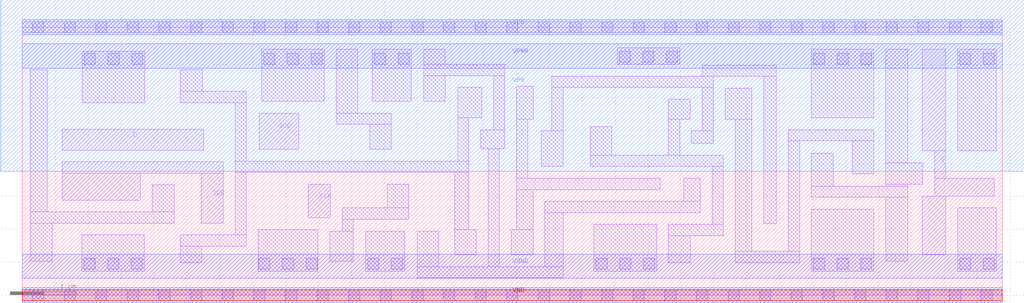
<source format=lef>
# Copyright 2020 The SkyWater PDK Authors
#
# Licensed under the Apache License, Version 2.0 (the "License");
# you may not use this file except in compliance with the License.
# You may obtain a copy of the License at
#
#     https://www.apache.org/licenses/LICENSE-2.0
#
# Unless required by applicable law or agreed to in writing, software
# distributed under the License is distributed on an "AS IS" BASIS,
# WITHOUT WARRANTIES OR CONDITIONS OF ANY KIND, either express or implied.
# See the License for the specific language governing permissions and
# limitations under the License.
#
# SPDX-License-Identifier: Apache-2.0

VERSION 5.7 ;
  NOWIREEXTENSIONATPIN ON ;
  DIVIDERCHAR "/" ;
  BUSBITCHARS "[]" ;
MACRO sky130_fd_sc_hvl__sdfxtp_1
  CLASS CORE ;
  FOREIGN sky130_fd_sc_hvl__sdfxtp_1 ;
  ORIGIN  0.000000  0.000000 ;
  SIZE  14.88000 BY  4.070000 ;
  SYMMETRY X Y ;
  SITE unithv ;
  PIN D
    ANTENNAGATEAREA  0.420000 ;
    DIRECTION INPUT ;
    USE SIGNAL ;
    PORT
      LAYER li1 ;
        RECT 0.605000 2.205000 2.755000 2.520000 ;
    END
  END D
  PIN Q
    ANTENNADIFFAREA  0.596250 ;
    DIRECTION OUTPUT ;
    USE SIGNAL ;
    PORT
      LAYER li1 ;
        RECT 13.660000 0.615000 14.020000 1.505000 ;
        RECT 13.660000 2.195000 14.020000 3.735000 ;
        RECT 13.850000 1.505000 14.755000 1.780000 ;
        RECT 13.850000 1.780000 14.020000 2.195000 ;
    END
  END Q
  PIN SCD
    ANTENNAGATEAREA  0.420000 ;
    DIRECTION INPUT ;
    USE SIGNAL ;
    PORT
      LAYER li1 ;
        RECT 3.600000 2.215000 4.195000 2.765000 ;
    END
  END SCD
  PIN SCE
    ANTENNAGATEAREA  0.840000 ;
    DIRECTION INPUT ;
    USE SIGNAL ;
    PORT
      LAYER li1 ;
        RECT 0.605000 1.445000 1.795000 1.855000 ;
        RECT 0.605000 1.855000 3.050000 2.025000 ;
        RECT 2.720000 1.095000 3.050000 1.855000 ;
    END
  END SCE
  PIN CLK
    ANTENNAGATEAREA  0.585000 ;
    DIRECTION INPUT ;
    USE CLOCK ;
    PORT
      LAYER li1 ;
        RECT 4.345000 1.175000 4.675000 1.685000 ;
    END
  END CLK
  PIN VGND
    DIRECTION INOUT ;
    USE GROUND ;
    PORT
      LAYER met1 ;
        RECT 0.000000 0.255000 14.880000 0.625000 ;
    END
  END VGND
  PIN VNB
    DIRECTION INOUT ;
    USE GROUND ;
    PORT
      LAYER met1 ;
        RECT 0.000000 -0.115000 14.880000 0.115000 ;
      LAYER pwell ;
        RECT 0.000000 -0.085000 14.880000 0.085000 ;
    END
  END VNB
  PIN VPB
    DIRECTION INOUT ;
    USE POWER ;
    PORT
      LAYER met1 ;
        RECT 0.000000 3.955000 14.880000 4.185000 ;
      LAYER nwell ;
        RECT -0.330000 1.885000 15.210000 4.485000 ;
    END
  END VPB
  PIN VPWR
    DIRECTION INOUT ;
    USE POWER ;
    PORT
      LAYER met1 ;
        RECT 0.000000 3.445000 14.880000 3.815000 ;
    END
  END VPWR
  OBS
    LAYER li1 ;
      RECT  0.000000 -0.085000 14.880000 0.085000 ;
      RECT  0.000000  3.985000 14.880000 4.155000 ;
      RECT  0.125000  0.515000  0.455000 1.095000 ;
      RECT  0.125000  1.095000  2.305000 1.265000 ;
      RECT  0.125000  1.265000  0.380000 3.425000 ;
      RECT  0.905000  0.365000  1.855000 0.915000 ;
      RECT  0.910000  2.925000  1.860000 3.705000 ;
      RECT  1.975000  1.265000  2.305000 1.675000 ;
      RECT  2.395000  0.495000  2.725000 0.745000 ;
      RECT  2.395000  0.745000  3.400000 0.915000 ;
      RECT  2.400000  2.925000  3.400000 3.095000 ;
      RECT  2.400000  3.095000  2.730000 3.425000 ;
      RECT  3.230000  0.915000  3.400000 1.865000 ;
      RECT  3.230000  1.865000  6.780000 2.035000 ;
      RECT  3.230000  2.035000  3.400000 2.925000 ;
      RECT  3.580000  0.365000  4.485000 0.995000 ;
      RECT  3.635000  2.945000  4.585000 3.735000 ;
      RECT  4.665000  0.515000  5.025000 0.975000 ;
      RECT  4.765000  2.595000  5.605000 2.765000 ;
      RECT  4.765000  2.765000  5.095000 3.735000 ;
      RECT  4.855000  0.975000  5.025000 1.155000 ;
      RECT  4.855000  1.155000  5.870000 1.325000 ;
      RECT  5.215000  0.365000  5.805000 0.975000 ;
      RECT  5.275000  2.215000  5.605000 2.595000 ;
      RECT  5.315000  2.945000  5.905000 3.735000 ;
      RECT  5.540000  1.325000  5.870000 1.685000 ;
      RECT  5.995000  0.265000  8.210000 0.435000 ;
      RECT  5.995000  0.435000  6.325000 0.975000 ;
      RECT  6.095000  2.945000  6.425000 3.335000 ;
      RECT  6.095000  3.335000  7.325000 3.505000 ;
      RECT  6.095000  3.505000  6.425000 3.735000 ;
      RECT  6.565000  0.615000  6.895000 0.995000 ;
      RECT  6.565000  0.995000  6.780000 1.865000 ;
      RECT  6.610000  2.035000  6.780000 2.695000 ;
      RECT  6.610000  2.695000  6.975000 3.155000 ;
      RECT  6.960000  2.225000  7.325000 2.515000 ;
      RECT  7.075000  0.435000  7.245000 2.225000 ;
      RECT  7.155000  2.515000  7.325000 3.335000 ;
      RECT  7.425000  0.615000  7.755000 0.995000 ;
      RECT  7.505000  0.995000  7.755000 1.605000 ;
      RECT  7.505000  1.605000  9.685000 1.775000 ;
      RECT  7.505000  1.775000  7.675000 2.675000 ;
      RECT  7.505000  2.675000  7.755000 3.175000 ;
      RECT  7.880000  1.955000  8.210000 2.495000 ;
      RECT  7.935000  0.435000  8.210000 1.255000 ;
      RECT  7.935000  1.255000 10.295000 1.425000 ;
      RECT  8.040000  2.495000  8.210000 3.155000 ;
      RECT  8.040000  3.155000 10.490000 3.325000 ;
      RECT  8.620000  1.955000 10.645000 2.125000 ;
      RECT  8.620000  2.125000  8.950000 2.555000 ;
      RECT  8.680000  0.365000  9.630000 1.075000 ;
      RECT  9.030000  3.505000  9.980000 3.755000 ;
      RECT  9.810000  0.495000 10.140000 0.905000 ;
      RECT  9.810000  0.905000 10.645000 1.075000 ;
      RECT  9.810000  2.125000  9.980000 2.675000 ;
      RECT  9.810000  2.675000 10.140000 2.975000 ;
      RECT 10.045000  1.425000 10.295000 1.775000 ;
      RECT 10.160000  2.305000 10.490000 2.495000 ;
      RECT 10.320000  2.495000 10.490000 3.155000 ;
      RECT 10.320000  3.325000 11.450000 3.495000 ;
      RECT 10.475000  1.075000 10.645000 1.955000 ;
      RECT 10.670000  2.675000 11.075000 3.145000 ;
      RECT 10.825000  0.495000 11.800000 0.665000 ;
      RECT 10.825000  0.665000 11.075000 2.675000 ;
      RECT 11.255000  1.085000 11.450000 3.325000 ;
      RECT 11.630000  0.665000 11.800000 2.345000 ;
      RECT 11.630000  2.345000 12.930000 2.515000 ;
      RECT 11.980000  0.365000 12.930000 1.305000 ;
      RECT 11.980000  1.485000 13.440000 1.655000 ;
      RECT 11.980000  1.655000 12.310000 2.155000 ;
      RECT 11.980000  2.695000 12.930000 3.735000 ;
      RECT 12.600000  1.845000 12.930000 2.345000 ;
      RECT 13.110000  0.515000 13.440000 1.485000 ;
      RECT 13.110000  1.655000 13.440000 1.685000 ;
      RECT 13.110000  1.685000 13.670000 2.015000 ;
      RECT 13.110000  2.015000 13.440000 3.735000 ;
      RECT 14.200000  0.365000 14.790000 1.325000 ;
      RECT 14.200000  2.195000 14.790000 3.735000 ;
    LAYER mcon ;
      RECT  0.155000 -0.085000  0.325000 0.085000 ;
      RECT  0.155000  3.985000  0.325000 4.155000 ;
      RECT  0.635000 -0.085000  0.805000 0.085000 ;
      RECT  0.635000  3.985000  0.805000 4.155000 ;
      RECT  0.935000  0.395000  1.105000 0.565000 ;
      RECT  0.940000  3.505000  1.110000 3.675000 ;
      RECT  1.115000 -0.085000  1.285000 0.085000 ;
      RECT  1.115000  3.985000  1.285000 4.155000 ;
      RECT  1.295000  0.395000  1.465000 0.565000 ;
      RECT  1.300000  3.505000  1.470000 3.675000 ;
      RECT  1.595000 -0.085000  1.765000 0.085000 ;
      RECT  1.595000  3.985000  1.765000 4.155000 ;
      RECT  1.655000  0.395000  1.825000 0.565000 ;
      RECT  1.660000  3.505000  1.830000 3.675000 ;
      RECT  2.075000 -0.085000  2.245000 0.085000 ;
      RECT  2.075000  3.985000  2.245000 4.155000 ;
      RECT  2.555000 -0.085000  2.725000 0.085000 ;
      RECT  2.555000  3.985000  2.725000 4.155000 ;
      RECT  3.035000 -0.085000  3.205000 0.085000 ;
      RECT  3.035000  3.985000  3.205000 4.155000 ;
      RECT  3.515000 -0.085000  3.685000 0.085000 ;
      RECT  3.515000  3.985000  3.685000 4.155000 ;
      RECT  3.590000  0.395000  3.760000 0.565000 ;
      RECT  3.665000  3.505000  3.835000 3.675000 ;
      RECT  3.950000  0.395000  4.120000 0.565000 ;
      RECT  3.995000 -0.085000  4.165000 0.085000 ;
      RECT  3.995000  3.985000  4.165000 4.155000 ;
      RECT  4.025000  3.505000  4.195000 3.675000 ;
      RECT  4.310000  0.395000  4.480000 0.565000 ;
      RECT  4.385000  3.505000  4.555000 3.675000 ;
      RECT  4.475000 -0.085000  4.645000 0.085000 ;
      RECT  4.475000  3.985000  4.645000 4.155000 ;
      RECT  4.955000 -0.085000  5.125000 0.085000 ;
      RECT  4.955000  3.985000  5.125000 4.155000 ;
      RECT  5.245000  0.395000  5.415000 0.565000 ;
      RECT  5.345000  3.505000  5.515000 3.675000 ;
      RECT  5.435000 -0.085000  5.605000 0.085000 ;
      RECT  5.435000  3.985000  5.605000 4.155000 ;
      RECT  5.605000  0.395000  5.775000 0.565000 ;
      RECT  5.705000  3.505000  5.875000 3.675000 ;
      RECT  5.915000 -0.085000  6.085000 0.085000 ;
      RECT  5.915000  3.985000  6.085000 4.155000 ;
      RECT  6.395000 -0.085000  6.565000 0.085000 ;
      RECT  6.395000  3.985000  6.565000 4.155000 ;
      RECT  6.875000 -0.085000  7.045000 0.085000 ;
      RECT  6.875000  3.985000  7.045000 4.155000 ;
      RECT  7.355000 -0.085000  7.525000 0.085000 ;
      RECT  7.355000  3.985000  7.525000 4.155000 ;
      RECT  7.835000 -0.085000  8.005000 0.085000 ;
      RECT  7.835000  3.985000  8.005000 4.155000 ;
      RECT  8.315000 -0.085000  8.485000 0.085000 ;
      RECT  8.315000  3.985000  8.485000 4.155000 ;
      RECT  8.710000  0.395000  8.880000 0.565000 ;
      RECT  8.795000 -0.085000  8.965000 0.085000 ;
      RECT  8.795000  3.985000  8.965000 4.155000 ;
      RECT  9.060000  3.535000  9.230000 3.705000 ;
      RECT  9.070000  0.395000  9.240000 0.565000 ;
      RECT  9.275000 -0.085000  9.445000 0.085000 ;
      RECT  9.275000  3.985000  9.445000 4.155000 ;
      RECT  9.420000  3.535000  9.590000 3.705000 ;
      RECT  9.430000  0.395000  9.600000 0.565000 ;
      RECT  9.755000 -0.085000  9.925000 0.085000 ;
      RECT  9.755000  3.985000  9.925000 4.155000 ;
      RECT  9.780000  3.535000  9.950000 3.705000 ;
      RECT 10.235000 -0.085000 10.405000 0.085000 ;
      RECT 10.235000  3.985000 10.405000 4.155000 ;
      RECT 10.715000 -0.085000 10.885000 0.085000 ;
      RECT 10.715000  3.985000 10.885000 4.155000 ;
      RECT 11.195000 -0.085000 11.365000 0.085000 ;
      RECT 11.195000  3.985000 11.365000 4.155000 ;
      RECT 11.675000 -0.085000 11.845000 0.085000 ;
      RECT 11.675000  3.985000 11.845000 4.155000 ;
      RECT 12.010000  0.395000 12.180000 0.565000 ;
      RECT 12.010000  3.505000 12.180000 3.675000 ;
      RECT 12.155000 -0.085000 12.325000 0.085000 ;
      RECT 12.155000  3.985000 12.325000 4.155000 ;
      RECT 12.370000  0.395000 12.540000 0.565000 ;
      RECT 12.370000  3.505000 12.540000 3.675000 ;
      RECT 12.635000 -0.085000 12.805000 0.085000 ;
      RECT 12.635000  3.985000 12.805000 4.155000 ;
      RECT 12.730000  0.395000 12.900000 0.565000 ;
      RECT 12.730000  3.505000 12.900000 3.675000 ;
      RECT 13.115000 -0.085000 13.285000 0.085000 ;
      RECT 13.115000  3.985000 13.285000 4.155000 ;
      RECT 13.595000 -0.085000 13.765000 0.085000 ;
      RECT 13.595000  3.985000 13.765000 4.155000 ;
      RECT 14.075000 -0.085000 14.245000 0.085000 ;
      RECT 14.075000  3.985000 14.245000 4.155000 ;
      RECT 14.230000  0.395000 14.400000 0.565000 ;
      RECT 14.230000  3.505000 14.400000 3.675000 ;
      RECT 14.555000 -0.085000 14.725000 0.085000 ;
      RECT 14.555000  3.985000 14.725000 4.155000 ;
      RECT 14.590000  0.395000 14.760000 0.565000 ;
      RECT 14.590000  3.505000 14.760000 3.675000 ;
  END
END sky130_fd_sc_hvl__sdfxtp_1
END LIBRARY

</source>
